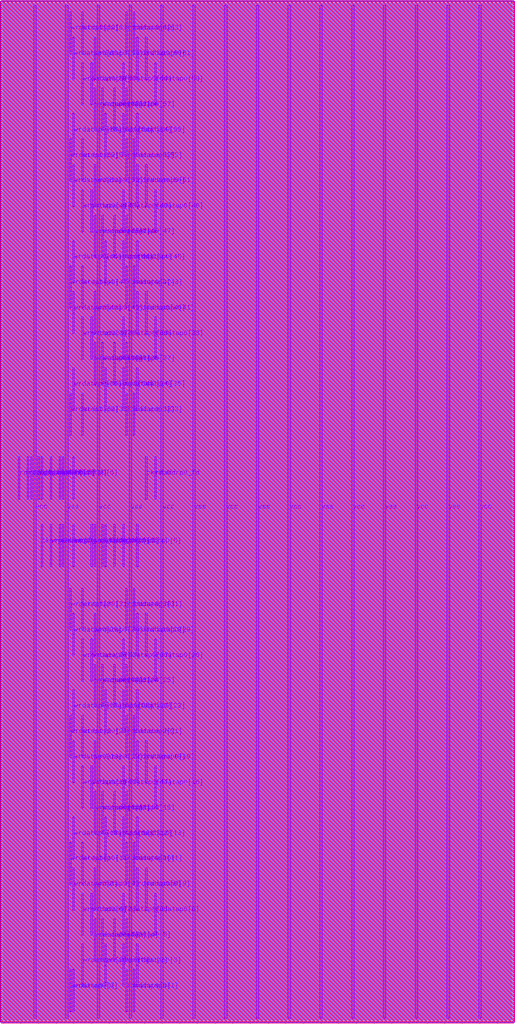
<source format=lef>
VERSION 5.8 ;
BUSBITCHARS "[]" ;
DIVIDERCHAR "/" ;

UNITS
  DATABASE MICRONS 4000 ;
END UNITS

MANUFACTURINGGRID 0.0005 ;

MACRO arf062b064e1r1w0cbbehsaa4acw
  CLASS BLOCK ;
  ORIGIN 0 0 ;
  FOREIGN arf062b064e1r1w0cbbehsaa4acw 0 0 ;
  SIZE 14.4 BY 28.8 ;
  PIN ckrdp0
    DIRECTION INPUT ;
    USE SIGNAL ;
    PORT
      LAYER m7 ;
        RECT 4.028 14.76 4.072 15.96 ;
    END
  END ckrdp0
  PIN ckwrp0
    DIRECTION INPUT ;
    USE SIGNAL ;
    PORT
      LAYER m7 ;
        RECT 1.072 12.84 1.116 14.04 ;
    END
  END ckwrp0
  PIN rdaddrp0[0]
    DIRECTION INPUT ;
    USE SIGNAL ;
    PORT
      LAYER m7 ;
        RECT 0.984 14.76 1.028 15.96 ;
    END
  END rdaddrp0[0]
  PIN rdaddrp0[1]
    DIRECTION INPUT ;
    USE SIGNAL ;
    PORT
      LAYER m7 ;
        RECT 1.072 14.76 1.116 15.96 ;
    END
  END rdaddrp0[1]
  PIN rdaddrp0[2]
    DIRECTION INPUT ;
    USE SIGNAL ;
    PORT
      LAYER m7 ;
        RECT 1.328 14.76 1.372 15.96 ;
    END
  END rdaddrp0[2]
  PIN rdaddrp0[3]
    DIRECTION INPUT ;
    USE SIGNAL ;
    PORT
      LAYER m7 ;
        RECT 1.584 14.76 1.628 15.96 ;
    END
  END rdaddrp0[3]
  PIN rdaddrp0[4]
    DIRECTION INPUT ;
    USE SIGNAL ;
    PORT
      LAYER m7 ;
        RECT 1.672 14.76 1.716 15.96 ;
    END
  END rdaddrp0[4]
  PIN rdaddrp0[5]
    DIRECTION INPUT ;
    USE SIGNAL ;
    PORT
      LAYER m7 ;
        RECT 1.972 14.76 2.016 15.96 ;
    END
  END rdaddrp0[5]
  PIN rdaddrp0_fd
    DIRECTION INPUT ;
    USE SIGNAL ;
    PORT
      LAYER m7 ;
        RECT 4.284 14.76 4.328 15.96 ;
    END
  END rdaddrp0_fd
  PIN rdaddrp0_rd
    DIRECTION INPUT ;
    USE SIGNAL ;
    PORT
      LAYER m7 ;
        RECT 0.428 14.76 0.472 15.96 ;
    END
  END rdaddrp0_rd
  PIN rddatap0[0]
    DIRECTION OUTPUT ;
    USE SIGNAL ;
    PORT
      LAYER m7 ;
        RECT 3.472 0.24 3.516 1.44 ;
    END
  END rddatap0[0]
  PIN rddatap0[10]
    DIRECTION OUTPUT ;
    USE SIGNAL ;
    PORT
      LAYER m7 ;
        RECT 3.472 3.84 3.516 5.04 ;
    END
  END rddatap0[10]
  PIN rddatap0[11]
    DIRECTION OUTPUT ;
    USE SIGNAL ;
    PORT
      LAYER m7 ;
        RECT 3.684 3.84 3.728 5.04 ;
    END
  END rddatap0[11]
  PIN rddatap0[12]
    DIRECTION OUTPUT ;
    USE SIGNAL ;
    PORT
      LAYER m7 ;
        RECT 3.384 4.56 3.428 5.76 ;
    END
  END rddatap0[12]
  PIN rddatap0[13]
    DIRECTION OUTPUT ;
    USE SIGNAL ;
    PORT
      LAYER m7 ;
        RECT 3.772 4.56 3.816 5.76 ;
    END
  END rddatap0[13]
  PIN rddatap0[14]
    DIRECTION OUTPUT ;
    USE SIGNAL ;
    PORT
      LAYER m7 ;
        RECT 3.128 5.28 3.172 6.48 ;
    END
  END rddatap0[14]
  PIN rddatap0[15]
    DIRECTION OUTPUT ;
    USE SIGNAL ;
    PORT
      LAYER m7 ;
        RECT 3.472 5.28 3.516 6.48 ;
    END
  END rddatap0[15]
  PIN rddatap0[16]
    DIRECTION OUTPUT ;
    USE SIGNAL ;
    PORT
      LAYER m7 ;
        RECT 4.284 6 4.328 7.2 ;
    END
  END rddatap0[16]
  PIN rddatap0[17]
    DIRECTION OUTPUT ;
    USE SIGNAL ;
    PORT
      LAYER m7 ;
        RECT 3.384 6 3.428 7.2 ;
    END
  END rddatap0[17]
  PIN rddatap0[18]
    DIRECTION OUTPUT ;
    USE SIGNAL ;
    PORT
      LAYER m7 ;
        RECT 3.772 6.72 3.816 7.92 ;
    END
  END rddatap0[18]
  PIN rddatap0[19]
    DIRECTION OUTPUT ;
    USE SIGNAL ;
    PORT
      LAYER m7 ;
        RECT 4.028 6.72 4.072 7.92 ;
    END
  END rddatap0[19]
  PIN rddatap0[1]
    DIRECTION OUTPUT ;
    USE SIGNAL ;
    PORT
      LAYER m7 ;
        RECT 3.684 0.24 3.728 1.44 ;
    END
  END rddatap0[1]
  PIN rddatap0[20]
    DIRECTION OUTPUT ;
    USE SIGNAL ;
    PORT
      LAYER m7 ;
        RECT 3.472 7.44 3.516 8.64 ;
    END
  END rddatap0[20]
  PIN rddatap0[21]
    DIRECTION OUTPUT ;
    USE SIGNAL ;
    PORT
      LAYER m7 ;
        RECT 3.684 7.44 3.728 8.64 ;
    END
  END rddatap0[21]
  PIN rddatap0[22]
    DIRECTION OUTPUT ;
    USE SIGNAL ;
    PORT
      LAYER m7 ;
        RECT 3.384 8.16 3.428 9.36 ;
    END
  END rddatap0[22]
  PIN rddatap0[23]
    DIRECTION OUTPUT ;
    USE SIGNAL ;
    PORT
      LAYER m7 ;
        RECT 3.772 8.16 3.816 9.36 ;
    END
  END rddatap0[23]
  PIN rddatap0[24]
    DIRECTION OUTPUT ;
    USE SIGNAL ;
    PORT
      LAYER m7 ;
        RECT 3.128 8.88 3.172 10.08 ;
    END
  END rddatap0[24]
  PIN rddatap0[25]
    DIRECTION OUTPUT ;
    USE SIGNAL ;
    PORT
      LAYER m7 ;
        RECT 3.472 8.88 3.516 10.08 ;
    END
  END rddatap0[25]
  PIN rddatap0[26]
    DIRECTION OUTPUT ;
    USE SIGNAL ;
    PORT
      LAYER m7 ;
        RECT 4.284 9.6 4.328 10.8 ;
    END
  END rddatap0[26]
  PIN rddatap0[27]
    DIRECTION OUTPUT ;
    USE SIGNAL ;
    PORT
      LAYER m7 ;
        RECT 3.384 9.6 3.428 10.8 ;
    END
  END rddatap0[27]
  PIN rddatap0[28]
    DIRECTION OUTPUT ;
    USE SIGNAL ;
    PORT
      LAYER m7 ;
        RECT 3.772 10.32 3.816 11.52 ;
    END
  END rddatap0[28]
  PIN rddatap0[29]
    DIRECTION OUTPUT ;
    USE SIGNAL ;
    PORT
      LAYER m7 ;
        RECT 4.028 10.32 4.072 11.52 ;
    END
  END rddatap0[29]
  PIN rddatap0[2]
    DIRECTION OUTPUT ;
    USE SIGNAL ;
    PORT
      LAYER m7 ;
        RECT 3.384 0.96 3.428 2.16 ;
    END
  END rddatap0[2]
  PIN rddatap0[30]
    DIRECTION OUTPUT ;
    USE SIGNAL ;
    PORT
      LAYER m7 ;
        RECT 3.472 11.04 3.516 12.24 ;
    END
  END rddatap0[30]
  PIN rddatap0[31]
    DIRECTION OUTPUT ;
    USE SIGNAL ;
    PORT
      LAYER m7 ;
        RECT 3.684 11.04 3.728 12.24 ;
    END
  END rddatap0[31]
  PIN rddatap0[32]
    DIRECTION OUTPUT ;
    USE SIGNAL ;
    PORT
      LAYER m7 ;
        RECT 3.472 16.56 3.516 17.76 ;
    END
  END rddatap0[32]
  PIN rddatap0[33]
    DIRECTION OUTPUT ;
    USE SIGNAL ;
    PORT
      LAYER m7 ;
        RECT 3.684 16.56 3.728 17.76 ;
    END
  END rddatap0[33]
  PIN rddatap0[34]
    DIRECTION OUTPUT ;
    USE SIGNAL ;
    PORT
      LAYER m7 ;
        RECT 3.384 17.28 3.428 18.48 ;
    END
  END rddatap0[34]
  PIN rddatap0[35]
    DIRECTION OUTPUT ;
    USE SIGNAL ;
    PORT
      LAYER m7 ;
        RECT 3.772 17.28 3.816 18.48 ;
    END
  END rddatap0[35]
  PIN rddatap0[36]
    DIRECTION OUTPUT ;
    USE SIGNAL ;
    PORT
      LAYER m7 ;
        RECT 3.128 18 3.172 19.2 ;
    END
  END rddatap0[36]
  PIN rddatap0[37]
    DIRECTION OUTPUT ;
    USE SIGNAL ;
    PORT
      LAYER m7 ;
        RECT 3.472 18 3.516 19.2 ;
    END
  END rddatap0[37]
  PIN rddatap0[38]
    DIRECTION OUTPUT ;
    USE SIGNAL ;
    PORT
      LAYER m7 ;
        RECT 4.284 18.72 4.328 19.92 ;
    END
  END rddatap0[38]
  PIN rddatap0[39]
    DIRECTION OUTPUT ;
    USE SIGNAL ;
    PORT
      LAYER m7 ;
        RECT 3.384 18.72 3.428 19.92 ;
    END
  END rddatap0[39]
  PIN rddatap0[3]
    DIRECTION OUTPUT ;
    USE SIGNAL ;
    PORT
      LAYER m7 ;
        RECT 3.772 0.96 3.816 2.16 ;
    END
  END rddatap0[3]
  PIN rddatap0[40]
    DIRECTION OUTPUT ;
    USE SIGNAL ;
    PORT
      LAYER m7 ;
        RECT 3.772 19.44 3.816 20.64 ;
    END
  END rddatap0[40]
  PIN rddatap0[41]
    DIRECTION OUTPUT ;
    USE SIGNAL ;
    PORT
      LAYER m7 ;
        RECT 4.028 19.44 4.072 20.64 ;
    END
  END rddatap0[41]
  PIN rddatap0[42]
    DIRECTION OUTPUT ;
    USE SIGNAL ;
    PORT
      LAYER m7 ;
        RECT 3.472 20.16 3.516 21.36 ;
    END
  END rddatap0[42]
  PIN rddatap0[43]
    DIRECTION OUTPUT ;
    USE SIGNAL ;
    PORT
      LAYER m7 ;
        RECT 3.684 20.16 3.728 21.36 ;
    END
  END rddatap0[43]
  PIN rddatap0[44]
    DIRECTION OUTPUT ;
    USE SIGNAL ;
    PORT
      LAYER m7 ;
        RECT 3.384 20.88 3.428 22.08 ;
    END
  END rddatap0[44]
  PIN rddatap0[45]
    DIRECTION OUTPUT ;
    USE SIGNAL ;
    PORT
      LAYER m7 ;
        RECT 3.772 20.88 3.816 22.08 ;
    END
  END rddatap0[45]
  PIN rddatap0[46]
    DIRECTION OUTPUT ;
    USE SIGNAL ;
    PORT
      LAYER m7 ;
        RECT 3.128 21.6 3.172 22.8 ;
    END
  END rddatap0[46]
  PIN rddatap0[47]
    DIRECTION OUTPUT ;
    USE SIGNAL ;
    PORT
      LAYER m7 ;
        RECT 3.472 21.6 3.516 22.8 ;
    END
  END rddatap0[47]
  PIN rddatap0[48]
    DIRECTION OUTPUT ;
    USE SIGNAL ;
    PORT
      LAYER m7 ;
        RECT 4.284 22.32 4.328 23.52 ;
    END
  END rddatap0[48]
  PIN rddatap0[49]
    DIRECTION OUTPUT ;
    USE SIGNAL ;
    PORT
      LAYER m7 ;
        RECT 3.384 22.32 3.428 23.52 ;
    END
  END rddatap0[49]
  PIN rddatap0[4]
    DIRECTION OUTPUT ;
    USE SIGNAL ;
    PORT
      LAYER m7 ;
        RECT 3.128 1.68 3.172 2.88 ;
    END
  END rddatap0[4]
  PIN rddatap0[50]
    DIRECTION OUTPUT ;
    USE SIGNAL ;
    PORT
      LAYER m7 ;
        RECT 3.772 23.04 3.816 24.24 ;
    END
  END rddatap0[50]
  PIN rddatap0[51]
    DIRECTION OUTPUT ;
    USE SIGNAL ;
    PORT
      LAYER m7 ;
        RECT 4.028 23.04 4.072 24.24 ;
    END
  END rddatap0[51]
  PIN rddatap0[52]
    DIRECTION OUTPUT ;
    USE SIGNAL ;
    PORT
      LAYER m7 ;
        RECT 3.472 23.76 3.516 24.96 ;
    END
  END rddatap0[52]
  PIN rddatap0[53]
    DIRECTION OUTPUT ;
    USE SIGNAL ;
    PORT
      LAYER m7 ;
        RECT 3.684 23.76 3.728 24.96 ;
    END
  END rddatap0[53]
  PIN rddatap0[54]
    DIRECTION OUTPUT ;
    USE SIGNAL ;
    PORT
      LAYER m7 ;
        RECT 3.384 24.48 3.428 25.68 ;
    END
  END rddatap0[54]
  PIN rddatap0[55]
    DIRECTION OUTPUT ;
    USE SIGNAL ;
    PORT
      LAYER m7 ;
        RECT 3.772 24.48 3.816 25.68 ;
    END
  END rddatap0[55]
  PIN rddatap0[56]
    DIRECTION OUTPUT ;
    USE SIGNAL ;
    PORT
      LAYER m7 ;
        RECT 3.128 25.2 3.172 26.4 ;
    END
  END rddatap0[56]
  PIN rddatap0[57]
    DIRECTION OUTPUT ;
    USE SIGNAL ;
    PORT
      LAYER m7 ;
        RECT 3.472 25.2 3.516 26.4 ;
    END
  END rddatap0[57]
  PIN rddatap0[58]
    DIRECTION OUTPUT ;
    USE SIGNAL ;
    PORT
      LAYER m7 ;
        RECT 4.284 25.92 4.328 27.12 ;
    END
  END rddatap0[58]
  PIN rddatap0[59]
    DIRECTION OUTPUT ;
    USE SIGNAL ;
    PORT
      LAYER m7 ;
        RECT 3.384 25.92 3.428 27.12 ;
    END
  END rddatap0[59]
  PIN rddatap0[5]
    DIRECTION OUTPUT ;
    USE SIGNAL ;
    PORT
      LAYER m7 ;
        RECT 3.472 1.68 3.516 2.88 ;
    END
  END rddatap0[5]
  PIN rddatap0[60]
    DIRECTION OUTPUT ;
    USE SIGNAL ;
    PORT
      LAYER m7 ;
        RECT 3.772 26.64 3.816 27.84 ;
    END
  END rddatap0[60]
  PIN rddatap0[61]
    DIRECTION OUTPUT ;
    USE SIGNAL ;
    PORT
      LAYER m7 ;
        RECT 4.028 26.64 4.072 27.84 ;
    END
  END rddatap0[61]
  PIN rddatap0[62]
    DIRECTION OUTPUT ;
    USE SIGNAL ;
    PORT
      LAYER m7 ;
        RECT 3.472 27.36 3.516 28.56 ;
    END
  END rddatap0[62]
  PIN rddatap0[63]
    DIRECTION OUTPUT ;
    USE SIGNAL ;
    PORT
      LAYER m7 ;
        RECT 3.684 27.36 3.728 28.56 ;
    END
  END rddatap0[63]
  PIN rddatap0[6]
    DIRECTION OUTPUT ;
    USE SIGNAL ;
    PORT
      LAYER m7 ;
        RECT 4.284 2.4 4.328 3.6 ;
    END
  END rddatap0[6]
  PIN rddatap0[7]
    DIRECTION OUTPUT ;
    USE SIGNAL ;
    PORT
      LAYER m7 ;
        RECT 3.384 2.4 3.428 3.6 ;
    END
  END rddatap0[7]
  PIN rddatap0[8]
    DIRECTION OUTPUT ;
    USE SIGNAL ;
    PORT
      LAYER m7 ;
        RECT 3.772 3.12 3.816 4.32 ;
    END
  END rddatap0[8]
  PIN rddatap0[9]
    DIRECTION OUTPUT ;
    USE SIGNAL ;
    PORT
      LAYER m7 ;
        RECT 4.028 3.12 4.072 4.32 ;
    END
  END rddatap0[9]
  PIN rdenp0
    DIRECTION INPUT ;
    USE SIGNAL ;
    PORT
      LAYER m7 ;
        RECT 0.684 14.76 0.728 15.96 ;
    END
  END rdenp0
  PIN sdl_initp0
    DIRECTION INPUT ;
    USE SIGNAL ;
    PORT
      LAYER m7 ;
        RECT 0.772 14.76 0.816 15.96 ;
    END
  END sdl_initp0
  PIN vcc
    DIRECTION INPUT ;
    USE POWER ;
    PORT
      LAYER m7 ;
        RECT 13.462 0.06 13.538 28.74 ;
    END
    PORT
      LAYER m7 ;
        RECT 11.662 0.06 11.738 28.74 ;
    END
    PORT
      LAYER m7 ;
        RECT 9.862 0.06 9.938 28.74 ;
    END
    PORT
      LAYER m7 ;
        RECT 8.062 0.06 8.138 28.74 ;
    END
    PORT
      LAYER m7 ;
        RECT 6.262 0.06 6.338 28.74 ;
    END
    PORT
      LAYER m7 ;
        RECT 4.462 0.06 4.538 28.74 ;
    END
    PORT
      LAYER m7 ;
        RECT 2.662 0.06 2.738 28.74 ;
    END
    PORT
      LAYER m7 ;
        RECT 0.862 0.06 0.938 28.74 ;
    END
  END vcc
  PIN vss
    DIRECTION INOUT ;
    USE GROUND ;
    PORT
      LAYER m7 ;
        RECT 12.562 0.06 12.638 28.74 ;
    END
    PORT
      LAYER m7 ;
        RECT 10.762 0.06 10.838 28.74 ;
    END
    PORT
      LAYER m7 ;
        RECT 8.962 0.06 9.038 28.74 ;
    END
    PORT
      LAYER m7 ;
        RECT 7.162 0.06 7.238 28.74 ;
    END
    PORT
      LAYER m7 ;
        RECT 5.362 0.06 5.438 28.74 ;
    END
    PORT
      LAYER m7 ;
        RECT 3.562 0.06 3.638 28.74 ;
    END
    PORT
      LAYER m7 ;
        RECT 1.762 0.06 1.838 28.74 ;
    END
  END vss
  PIN wraddrp0[0]
    DIRECTION INPUT ;
    USE SIGNAL ;
    PORT
      LAYER m7 ;
        RECT 2.572 12.84 2.616 14.04 ;
    END
  END wraddrp0[0]
  PIN wraddrp0[1]
    DIRECTION INPUT ;
    USE SIGNAL ;
    PORT
      LAYER m7 ;
        RECT 2.784 12.84 2.828 14.04 ;
    END
  END wraddrp0[1]
  PIN wraddrp0[2]
    DIRECTION INPUT ;
    USE SIGNAL ;
    PORT
      LAYER m7 ;
        RECT 2.872 12.84 2.916 14.04 ;
    END
  END wraddrp0[2]
  PIN wraddrp0[3]
    DIRECTION INPUT ;
    USE SIGNAL ;
    PORT
      LAYER m7 ;
        RECT 3.128 12.84 3.172 14.04 ;
    END
  END wraddrp0[3]
  PIN wraddrp0[4]
    DIRECTION INPUT ;
    USE SIGNAL ;
    PORT
      LAYER m7 ;
        RECT 3.384 12.84 3.428 14.04 ;
    END
  END wraddrp0[4]
  PIN wraddrp0[5]
    DIRECTION INPUT ;
    USE SIGNAL ;
    PORT
      LAYER m7 ;
        RECT 3.772 12.84 3.816 14.04 ;
    END
  END wraddrp0[5]
  PIN wraddrp0_fd
    DIRECTION INPUT ;
    USE SIGNAL ;
    PORT
      LAYER m7 ;
        RECT 1.328 12.84 1.372 14.04 ;
    END
  END wraddrp0_fd
  PIN wraddrp0_rd
    DIRECTION INPUT ;
    USE SIGNAL ;
    PORT
      LAYER m7 ;
        RECT 1.584 12.84 1.628 14.04 ;
    END
  END wraddrp0_rd
  PIN wrdatap0[0]
    DIRECTION INPUT ;
    USE SIGNAL ;
    PORT
      LAYER m7 ;
        RECT 1.884 0.24 1.928 1.44 ;
    END
  END wrdatap0[0]
  PIN wrdatap0[10]
    DIRECTION INPUT ;
    USE SIGNAL ;
    PORT
      LAYER m7 ;
        RECT 1.884 3.84 1.928 5.04 ;
    END
  END wrdatap0[10]
  PIN wrdatap0[11]
    DIRECTION INPUT ;
    USE SIGNAL ;
    PORT
      LAYER m7 ;
        RECT 2.228 3.84 2.272 5.04 ;
    END
  END wrdatap0[11]
  PIN wrdatap0[12]
    DIRECTION INPUT ;
    USE SIGNAL ;
    PORT
      LAYER m7 ;
        RECT 2.872 4.56 2.916 5.76 ;
    END
  END wrdatap0[12]
  PIN wrdatap0[13]
    DIRECTION INPUT ;
    USE SIGNAL ;
    PORT
      LAYER m7 ;
        RECT 1.972 4.56 2.016 5.76 ;
    END
  END wrdatap0[13]
  PIN wrdatap0[14]
    DIRECTION INPUT ;
    USE SIGNAL ;
    PORT
      LAYER m7 ;
        RECT 2.572 5.28 2.616 6.48 ;
    END
  END wrdatap0[14]
  PIN wrdatap0[15]
    DIRECTION INPUT ;
    USE SIGNAL ;
    PORT
      LAYER m7 ;
        RECT 2.784 5.28 2.828 6.48 ;
    END
  END wrdatap0[15]
  PIN wrdatap0[16]
    DIRECTION INPUT ;
    USE SIGNAL ;
    PORT
      LAYER m7 ;
        RECT 2.228 6 2.272 7.2 ;
    END
  END wrdatap0[16]
  PIN wrdatap0[17]
    DIRECTION INPUT ;
    USE SIGNAL ;
    PORT
      LAYER m7 ;
        RECT 2.484 6 2.528 7.2 ;
    END
  END wrdatap0[17]
  PIN wrdatap0[18]
    DIRECTION INPUT ;
    USE SIGNAL ;
    PORT
      LAYER m7 ;
        RECT 1.972 6.72 2.016 7.92 ;
    END
  END wrdatap0[18]
  PIN wrdatap0[19]
    DIRECTION INPUT ;
    USE SIGNAL ;
    PORT
      LAYER m7 ;
        RECT 2.572 6.72 2.616 7.92 ;
    END
  END wrdatap0[19]
  PIN wrdatap0[1]
    DIRECTION INPUT ;
    USE SIGNAL ;
    PORT
      LAYER m7 ;
        RECT 1.972 0.24 2.016 1.44 ;
    END
  END wrdatap0[1]
  PIN wrdatap0[20]
    DIRECTION INPUT ;
    USE SIGNAL ;
    PORT
      LAYER m7 ;
        RECT 1.884 7.44 1.928 8.64 ;
    END
  END wrdatap0[20]
  PIN wrdatap0[21]
    DIRECTION INPUT ;
    USE SIGNAL ;
    PORT
      LAYER m7 ;
        RECT 2.228 7.44 2.272 8.64 ;
    END
  END wrdatap0[21]
  PIN wrdatap0[22]
    DIRECTION INPUT ;
    USE SIGNAL ;
    PORT
      LAYER m7 ;
        RECT 2.872 8.16 2.916 9.36 ;
    END
  END wrdatap0[22]
  PIN wrdatap0[23]
    DIRECTION INPUT ;
    USE SIGNAL ;
    PORT
      LAYER m7 ;
        RECT 1.972 8.16 2.016 9.36 ;
    END
  END wrdatap0[23]
  PIN wrdatap0[24]
    DIRECTION INPUT ;
    USE SIGNAL ;
    PORT
      LAYER m7 ;
        RECT 2.572 8.88 2.616 10.08 ;
    END
  END wrdatap0[24]
  PIN wrdatap0[25]
    DIRECTION INPUT ;
    USE SIGNAL ;
    PORT
      LAYER m7 ;
        RECT 2.784 8.88 2.828 10.08 ;
    END
  END wrdatap0[25]
  PIN wrdatap0[26]
    DIRECTION INPUT ;
    USE SIGNAL ;
    PORT
      LAYER m7 ;
        RECT 2.228 9.6 2.272 10.8 ;
    END
  END wrdatap0[26]
  PIN wrdatap0[27]
    DIRECTION INPUT ;
    USE SIGNAL ;
    PORT
      LAYER m7 ;
        RECT 2.484 9.6 2.528 10.8 ;
    END
  END wrdatap0[27]
  PIN wrdatap0[28]
    DIRECTION INPUT ;
    USE SIGNAL ;
    PORT
      LAYER m7 ;
        RECT 1.972 10.32 2.016 11.52 ;
    END
  END wrdatap0[28]
  PIN wrdatap0[29]
    DIRECTION INPUT ;
    USE SIGNAL ;
    PORT
      LAYER m7 ;
        RECT 2.572 10.32 2.616 11.52 ;
    END
  END wrdatap0[29]
  PIN wrdatap0[2]
    DIRECTION INPUT ;
    USE SIGNAL ;
    PORT
      LAYER m7 ;
        RECT 2.872 0.96 2.916 2.16 ;
    END
  END wrdatap0[2]
  PIN wrdatap0[30]
    DIRECTION INPUT ;
    USE SIGNAL ;
    PORT
      LAYER m7 ;
        RECT 1.884 11.04 1.928 12.24 ;
    END
  END wrdatap0[30]
  PIN wrdatap0[31]
    DIRECTION INPUT ;
    USE SIGNAL ;
    PORT
      LAYER m7 ;
        RECT 2.228 11.04 2.272 12.24 ;
    END
  END wrdatap0[31]
  PIN wrdatap0[32]
    DIRECTION INPUT ;
    USE SIGNAL ;
    PORT
      LAYER m7 ;
        RECT 1.884 16.56 1.928 17.76 ;
    END
  END wrdatap0[32]
  PIN wrdatap0[33]
    DIRECTION INPUT ;
    USE SIGNAL ;
    PORT
      LAYER m7 ;
        RECT 2.228 16.56 2.272 17.76 ;
    END
  END wrdatap0[33]
  PIN wrdatap0[34]
    DIRECTION INPUT ;
    USE SIGNAL ;
    PORT
      LAYER m7 ;
        RECT 2.872 17.28 2.916 18.48 ;
    END
  END wrdatap0[34]
  PIN wrdatap0[35]
    DIRECTION INPUT ;
    USE SIGNAL ;
    PORT
      LAYER m7 ;
        RECT 1.972 17.28 2.016 18.48 ;
    END
  END wrdatap0[35]
  PIN wrdatap0[36]
    DIRECTION INPUT ;
    USE SIGNAL ;
    PORT
      LAYER m7 ;
        RECT 2.572 18 2.616 19.2 ;
    END
  END wrdatap0[36]
  PIN wrdatap0[37]
    DIRECTION INPUT ;
    USE SIGNAL ;
    PORT
      LAYER m7 ;
        RECT 2.784 18 2.828 19.2 ;
    END
  END wrdatap0[37]
  PIN wrdatap0[38]
    DIRECTION INPUT ;
    USE SIGNAL ;
    PORT
      LAYER m7 ;
        RECT 2.228 18.72 2.272 19.92 ;
    END
  END wrdatap0[38]
  PIN wrdatap0[39]
    DIRECTION INPUT ;
    USE SIGNAL ;
    PORT
      LAYER m7 ;
        RECT 2.484 18.72 2.528 19.92 ;
    END
  END wrdatap0[39]
  PIN wrdatap0[3]
    DIRECTION INPUT ;
    USE SIGNAL ;
    PORT
      LAYER m7 ;
        RECT 2.228 0.96 2.272 2.16 ;
    END
  END wrdatap0[3]
  PIN wrdatap0[40]
    DIRECTION INPUT ;
    USE SIGNAL ;
    PORT
      LAYER m7 ;
        RECT 1.972 19.44 2.016 20.64 ;
    END
  END wrdatap0[40]
  PIN wrdatap0[41]
    DIRECTION INPUT ;
    USE SIGNAL ;
    PORT
      LAYER m7 ;
        RECT 2.572 19.44 2.616 20.64 ;
    END
  END wrdatap0[41]
  PIN wrdatap0[42]
    DIRECTION INPUT ;
    USE SIGNAL ;
    PORT
      LAYER m7 ;
        RECT 1.884 20.16 1.928 21.36 ;
    END
  END wrdatap0[42]
  PIN wrdatap0[43]
    DIRECTION INPUT ;
    USE SIGNAL ;
    PORT
      LAYER m7 ;
        RECT 2.228 20.16 2.272 21.36 ;
    END
  END wrdatap0[43]
  PIN wrdatap0[44]
    DIRECTION INPUT ;
    USE SIGNAL ;
    PORT
      LAYER m7 ;
        RECT 2.872 20.88 2.916 22.08 ;
    END
  END wrdatap0[44]
  PIN wrdatap0[45]
    DIRECTION INPUT ;
    USE SIGNAL ;
    PORT
      LAYER m7 ;
        RECT 1.972 20.88 2.016 22.08 ;
    END
  END wrdatap0[45]
  PIN wrdatap0[46]
    DIRECTION INPUT ;
    USE SIGNAL ;
    PORT
      LAYER m7 ;
        RECT 2.572 21.6 2.616 22.8 ;
    END
  END wrdatap0[46]
  PIN wrdatap0[47]
    DIRECTION INPUT ;
    USE SIGNAL ;
    PORT
      LAYER m7 ;
        RECT 2.784 21.6 2.828 22.8 ;
    END
  END wrdatap0[47]
  PIN wrdatap0[48]
    DIRECTION INPUT ;
    USE SIGNAL ;
    PORT
      LAYER m7 ;
        RECT 2.228 22.32 2.272 23.52 ;
    END
  END wrdatap0[48]
  PIN wrdatap0[49]
    DIRECTION INPUT ;
    USE SIGNAL ;
    PORT
      LAYER m7 ;
        RECT 2.484 22.32 2.528 23.52 ;
    END
  END wrdatap0[49]
  PIN wrdatap0[4]
    DIRECTION INPUT ;
    USE SIGNAL ;
    PORT
      LAYER m7 ;
        RECT 2.572 1.68 2.616 2.88 ;
    END
  END wrdatap0[4]
  PIN wrdatap0[50]
    DIRECTION INPUT ;
    USE SIGNAL ;
    PORT
      LAYER m7 ;
        RECT 1.972 23.04 2.016 24.24 ;
    END
  END wrdatap0[50]
  PIN wrdatap0[51]
    DIRECTION INPUT ;
    USE SIGNAL ;
    PORT
      LAYER m7 ;
        RECT 2.572 23.04 2.616 24.24 ;
    END
  END wrdatap0[51]
  PIN wrdatap0[52]
    DIRECTION INPUT ;
    USE SIGNAL ;
    PORT
      LAYER m7 ;
        RECT 1.884 23.76 1.928 24.96 ;
    END
  END wrdatap0[52]
  PIN wrdatap0[53]
    DIRECTION INPUT ;
    USE SIGNAL ;
    PORT
      LAYER m7 ;
        RECT 2.228 23.76 2.272 24.96 ;
    END
  END wrdatap0[53]
  PIN wrdatap0[54]
    DIRECTION INPUT ;
    USE SIGNAL ;
    PORT
      LAYER m7 ;
        RECT 2.872 24.48 2.916 25.68 ;
    END
  END wrdatap0[54]
  PIN wrdatap0[55]
    DIRECTION INPUT ;
    USE SIGNAL ;
    PORT
      LAYER m7 ;
        RECT 1.972 24.48 2.016 25.68 ;
    END
  END wrdatap0[55]
  PIN wrdatap0[56]
    DIRECTION INPUT ;
    USE SIGNAL ;
    PORT
      LAYER m7 ;
        RECT 2.572 25.2 2.616 26.4 ;
    END
  END wrdatap0[56]
  PIN wrdatap0[57]
    DIRECTION INPUT ;
    USE SIGNAL ;
    PORT
      LAYER m7 ;
        RECT 2.784 25.2 2.828 26.4 ;
    END
  END wrdatap0[57]
  PIN wrdatap0[58]
    DIRECTION INPUT ;
    USE SIGNAL ;
    PORT
      LAYER m7 ;
        RECT 2.228 25.92 2.272 27.12 ;
    END
  END wrdatap0[58]
  PIN wrdatap0[59]
    DIRECTION INPUT ;
    USE SIGNAL ;
    PORT
      LAYER m7 ;
        RECT 2.484 25.92 2.528 27.12 ;
    END
  END wrdatap0[59]
  PIN wrdatap0[5]
    DIRECTION INPUT ;
    USE SIGNAL ;
    PORT
      LAYER m7 ;
        RECT 2.784 1.68 2.828 2.88 ;
    END
  END wrdatap0[5]
  PIN wrdatap0[60]
    DIRECTION INPUT ;
    USE SIGNAL ;
    PORT
      LAYER m7 ;
        RECT 1.972 26.64 2.016 27.84 ;
    END
  END wrdatap0[60]
  PIN wrdatap0[61]
    DIRECTION INPUT ;
    USE SIGNAL ;
    PORT
      LAYER m7 ;
        RECT 2.572 26.64 2.616 27.84 ;
    END
  END wrdatap0[61]
  PIN wrdatap0[62]
    DIRECTION INPUT ;
    USE SIGNAL ;
    PORT
      LAYER m7 ;
        RECT 1.884 27.36 1.928 28.56 ;
    END
  END wrdatap0[62]
  PIN wrdatap0[63]
    DIRECTION INPUT ;
    USE SIGNAL ;
    PORT
      LAYER m7 ;
        RECT 2.228 27.36 2.272 28.56 ;
    END
  END wrdatap0[63]
  PIN wrdatap0[6]
    DIRECTION INPUT ;
    USE SIGNAL ;
    PORT
      LAYER m7 ;
        RECT 2.228 2.4 2.272 3.6 ;
    END
  END wrdatap0[6]
  PIN wrdatap0[7]
    DIRECTION INPUT ;
    USE SIGNAL ;
    PORT
      LAYER m7 ;
        RECT 2.484 2.4 2.528 3.6 ;
    END
  END wrdatap0[7]
  PIN wrdatap0[8]
    DIRECTION INPUT ;
    USE SIGNAL ;
    PORT
      LAYER m7 ;
        RECT 1.972 3.12 2.016 4.32 ;
    END
  END wrdatap0[8]
  PIN wrdatap0[9]
    DIRECTION INPUT ;
    USE SIGNAL ;
    PORT
      LAYER m7 ;
        RECT 2.572 3.12 2.616 4.32 ;
    END
  END wrdatap0[9]
  PIN wrdatap0_fd
    DIRECTION INPUT ;
    USE SIGNAL ;
    PORT
      LAYER m7 ;
        RECT 1.972 12.84 2.016 14.04 ;
    END
  END wrdatap0_fd
  PIN wrdatap0_rd
    DIRECTION INPUT ;
    USE SIGNAL ;
    PORT
      LAYER m7 ;
        RECT 2.484 12.84 2.528 14.04 ;
    END
  END wrdatap0_rd
  PIN wrenp0
    DIRECTION INPUT ;
    USE SIGNAL ;
    PORT
      LAYER m7 ;
        RECT 1.672 12.84 1.716 14.04 ;
    END
  END wrenp0
  OBS
    LAYER m0 SPACING 0 ;
      RECT 0 0 14.4 28.8 ;
    LAYER m1 SPACING 0 ;
      RECT 0 0 14.4 28.8 ;
    LAYER m2 SPACING 0 ;
      RECT -0.0705 -0.038 14.4705 28.838 ;
    LAYER m3 SPACING 0 ;
      RECT -0.035 -0.07 14.435 28.87 ;
    LAYER m4 SPACING 0 ;
      RECT -0.07 -0.038 14.47 28.838 ;
    LAYER m5 SPACING 0 ;
      RECT -0.059 -0.09 14.459 28.89 ;
    LAYER m6 SPACING 0 ;
      RECT -0.09 -0.062 14.49 28.862 ;
    LAYER m7 SPACING 0 ;
      RECT -0.092 -0.06 14.492 28.86 ;
  END
END arf062b064e1r1w0cbbehsaa4acw
END LIBRARY

</source>
